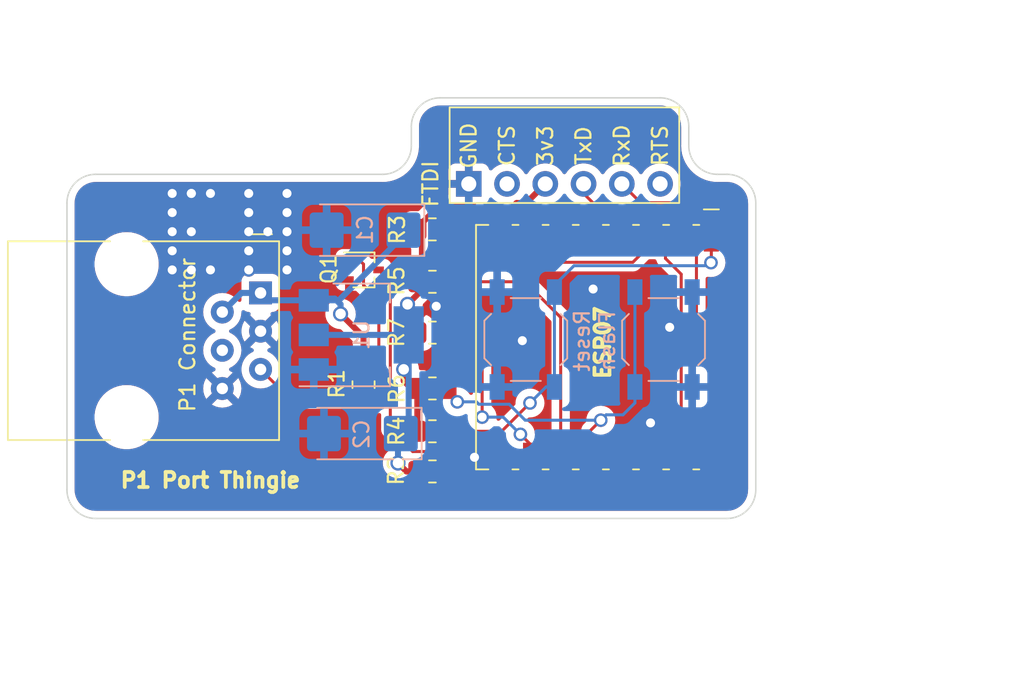
<source format=kicad_pcb>
(kicad_pcb (version 20211014) (generator pcbnew)
  (title_block (title "P1 Port Thingie") (date "2022-02-06") (rev "2"))
  (layers (0 "F.Cu" signal) (31 "B.Cu" signal) (34 "B.Paste" user) (35 "F.Paste" user) (36 "B.SilkS" user "B.Silkscreen") (37 "F.SilkS" user "F.Silkscreen") (38 "B.Mask" user) (39 "F.Mask" user) (44 "Edge.Cuts" user))
  (net 0 "")
  (net 1 "GND")
  (net 2 "+5V")
  (net 3 "+3V3")
  (net 4 "GPIO0")
  (net 5 "TX")
  (net 8 "ESP RX")
  (net 9 "ESP TX")
  (net 11 "ENABLE")
  (net 12 "RESET")
  (net 13 "GPIO2")
  (net 14 "GPIO15")
  (footprint "Resistor_SMD:R_0805_2012Metric_Pad1.20x1.40mm_HandSolder" (layer "F.Cu") (at 212.852 97.2058)
    (fp_text reference "R2" (at -2.413 -0.0508 90) (layer "F.SilkS"))
    (fp_text value "10K")
    (fp_line (start -0.227064 0.735) (end 0.227064 0.735) (layer "F.SilkS") (width 0.12))
    (fp_line (start -0.227064 -0.735) (end 0.227064 -0.735) (layer "F.SilkS") (width 0.12))
    (pad "1" smd roundrect locked (at -1 0) (size 1.2 1.4) (layers "F.Cu" "F.Paste" "F.Mask") (roundrect_rratio 0.2083333333) (net 3 "+3V3"))
    (pad "2" smd roundrect locked (at 1 0) (size 1.2 1.4) (layers "F.Cu" "F.Paste" "F.Mask") (roundrect_rratio 0.2083333333) (net 8 "ESP RX"))
  )
  (footprint "Resistor_SMD:R_0805_2012Metric_Pad1.20x1.40mm_HandSolder" (layer "F.Cu") (at 212.852 81.1276 180)
    (fp_text reference "R3" (at 2.3368 -0.0254 90) (layer "F.SilkS"))
    (fp_text value "10K")
    (fp_line (start -0.227064 0.735) (end 0.227064 0.735) (layer "F.SilkS") (width 0.12))
    (fp_line (start -0.227064 -0.735) (end 0.227064 -0.735) (layer "F.SilkS") (width 0.12))
    (pad "1" smd roundrect locked (at -1 0 180) (size 1.2 1.4) (layers "F.Cu" "F.Paste" "F.Mask") (roundrect_rratio 0.2083333333) (net 11 "ENABLE"))
    (pad "2" smd roundrect locked (at 1 0 180) (size 1.2 1.4) (layers "F.Cu" "F.Paste" "F.Mask") (roundrect_rratio 0.2083333333) (net 3 "+3V3"))
  )
  (footprint "Resistor_SMD:R_0805_2012Metric_Pad1.20x1.40mm_HandSolder" (layer "F.Cu") (at 208.28 91.44 -90)
    (fp_text reference "R1" (at -0.0508 1.778 -90) (layer "F.SilkS"))
    (fp_text value "4K7")
    (fp_line (start -0.227064 0.735) (end 0.227064 0.735) (layer "F.SilkS") (width 0.12))
    (fp_line (start -0.227064 -0.735) (end 0.227064 -0.735) (layer "F.SilkS") (width 0.12))
    (pad "1" smd roundrect locked (at -1 0 270) (size 1.2 1.4) (layers "F.Cu" "F.Paste" "F.Mask") (roundrect_rratio 0.2083333333) (net 2 "+5V"))
    (pad "2" smd roundrect locked (at 1 0 270) (size 1.2 1.4) (layers "F.Cu" "F.Paste" "F.Mask") (roundrect_rratio 0.2083333333) (net 5 "TX"))
  )
  (footprint "Resistor_SMD:R_0805_2012Metric_Pad1.20x1.40mm_HandSolder" (layer "F.Cu") (at 212.852 91.694 180)
    (fp_text reference "R6" (at 2.3622 -0.0254 90) (layer "F.SilkS"))
    (fp_text value "10K")
    (fp_line (start -0.227064 -0.735) (end 0.227064 -0.735) (layer "F.SilkS") (width 0.12))
    (fp_line (start -0.227064 0.735) (end 0.227064 0.735) (layer "F.SilkS") (width 0.12))
    (pad "1" smd roundrect locked (at -1 0 180) (size 1.2 1.4) (layers "F.Cu" "F.Paste" "F.Mask") (roundrect_rratio 0.2083333333) (net 4 "GPIO0"))
    (pad "2" smd roundrect locked (at 1 0 180) (size 1.2 1.4) (layers "F.Cu" "F.Paste" "F.Mask") (roundrect_rratio 0.2083333333) (net 3 "+3V3"))
  )
  (footprint "Connector_RJ:RJ12_Amphenol_54601" (layer "F.Cu") (at 201.445 85.349 -90)
    (fp_text reference "J1" hide)
    (fp_text value "P1 Connector" (at 2.789 4.849 90) (layer "F.SilkS"))
    (fp_line (start -3.43 16.77) (end -3.43 9.99) (layer "F.SilkS") (width 0.12))
    (fp_line (start 9.77 16.77) (end 9.77 9.99) (layer "F.SilkS") (width 0.12))
    (fp_line (start 9.77 16.65) (end 9.77 16.77) (layer "F.SilkS") (width 0.1))
    (fp_line (start -3.43 7.79) (end -3.43 -1.23) (layer "F.SilkS") (width 0.12))
    (fp_line (start 9.77 16.77) (end -3.43 16.77) (layer "F.SilkS") (width 0.12))
    (fp_line (start 9.77 -1.23) (end 9.77 7.79) (layer "F.SilkS") (width 0.12))
    (fp_line (start -3.43 7.72) (end -3.43 7.79) (layer "F.SilkS") (width 0.1))
    (fp_line (start 9.77 16.76) (end 9.77 16.77) (layer "F.SilkS") (width 0.1))
    (fp_line (start -3.9 0.77) (end -3.9 -0.76) (layer "F.SilkS") (width 0.12))
    (fp_line (start -3.43 -1.23) (end 9.77 -1.23) (layer "F.SilkS") (width 0.12))
    (pad "" np_thru_hole circle locked (at 8.25 8.89 270) (size 3.25 3.25) (drill 3.25) (layers *.Cu *.Mask))
    (pad "" np_thru_hole circle locked (at -1.91 8.89 270) (size 3.25 3.25) (drill 3.25) (layers *.Cu *.Mask))
    (pad "1" thru_hole rect locked (at 0 0 270) (size 1.52 1.52) (drill 0.76) (layers *.Cu *.Mask) (net 2 "+5V"))
    (pad "2" thru_hole circle locked (at 1.27 2.54 270) (size 1.52 1.52) (drill 0.76) (layers *.Cu *.Mask) (net 2 "+5V"))
    (pad "3" thru_hole circle locked (at 2.54 0 270) (size 1.52 1.52) (drill 0.76) (layers *.Cu *.Mask) (net 1 "GND"))
    (pad "4" thru_hole circle locked (at 3.81 2.54 270) (size 1.52 1.52) (drill 0.76) (layers *.Cu *.Mask))
    (pad "5" thru_hole circle locked (at 5.08 0 270) (size 1.52 1.52) (drill 0.76) (layers *.Cu *.Mask) (net 5 "TX"))
    (pad "6" thru_hole circle locked (at 6.35 2.54 270) (size 1.52 1.52) (drill 0.76) (layers *.Cu *.Mask) (net 1 "GND"))
  )
  (footprint "Resistor_SMD:R_0805_2012Metric_Pad1.20x1.40mm_HandSolder" (layer "F.Cu") (at 212.852 94.5388 180)
    (fp_text reference "R4" (at 2.3876 0 90) (layer "F.SilkS"))
    (fp_text value "10K")
    (fp_line (start -0.227064 -0.735) (end 0.227064 -0.735) (layer "F.SilkS") (width 0.12))
    (fp_line (start -0.227064 0.735) (end 0.227064 0.735) (layer "F.SilkS") (width 0.12))
    (pad "1" smd roundrect locked (at -1 0 180) (size 1.2 1.4) (layers "F.Cu" "F.Paste" "F.Mask") (roundrect_rratio 0.2083333333) (net 12 "RESET"))
    (pad "2" smd roundrect locked (at 1 0 180) (size 1.2 1.4) (layers "F.Cu" "F.Paste" "F.Mask") (roundrect_rratio 0.2083333333) (net 3 "+3V3"))
  )
  (footprint "RF_Module:ESP-07" (layer "F.Cu") (at 226.4664 88.9508 -90)
    (fp_text reference "U2")
    (fp_text value "ESP-07")
    (fp_line (start 8.12 4.3) (end 8.12 3.9) (layer "F.SilkS") (width 0.12))
    (fp_line (start -8.12 4.3) (end -8.12 3.9) (layer "F.SilkS") (width 0.12))
    (fp_line (start 8.12 2.3) (end 8.12 1.9) (layer "F.SilkS") (width 0.12))
    (fp_line (start -8.12 -3.7) (end -8.12 -4.1) (layer "F.SilkS") (width 0.12))
    (fp_line (start -8.12 -1.7) (end -8.12 -2.1) (layer "F.SilkS") (width 0.12))
    (fp_line (start -8.12 8.3) (end -8.12 7.9) (layer "F.SilkS") (width 0.12))
    (fp_line (start 8.12 10.72) (end -8.12 10.72) (layer "F.SilkS") (width 0.12))
    (fp_line (start 8.12 9.9) (end 8.12 10.72) (layer "F.SilkS") (width 0.12))
    (fp_line (start -8.12 2.3) (end -8.12 1.9) (layer "F.SilkS") (width 0.12))
    (fp_line (start 8.12 8.3) (end 8.12 7.9) (layer "F.SilkS") (width 0.12))
    (fp_line (start 8.12 0.3) (end 8.12 -0.1) (layer "F.SilkS") (width 0.12))
    (fp_line (start -8.12 6.3) (end -8.12 5.9) (layer "F.SilkS") (width 0.12))
    (fp_line (start 8.12 6.3) (end 8.12 5.9) (layer "F.SilkS") (width 0.12))
    (fp_line (start -9.15 -5.4) (end -9.15 -4.4) (layer "F.SilkS") (width 0.12))
    (fp_line (start 8.12 -3.7) (end 8.12 -4.1) (layer "F.SilkS") (width 0.12))
    (fp_line (start 8.12 -1.7) (end 8.12 -2.1) (layer "F.SilkS") (width 0.12))
    (fp_line (start -8.12 0.3) (end -8.12 -0.1) (layer "F.SilkS") (width 0.12))
    (fp_line (start -8.12 10.72) (end -8.12 9.9) (layer "F.SilkS") (width 0.12))
    (pad "1" smd rect locked (at -7.6 -4.9 270) (size 2.5 1) (layers "F.Cu" "F.Paste" "F.Mask") (net 12 "RESET"))
    (pad "2" smd rect locked (at -7.6 -2.9 270) (size 2.5 1) (layers "F.Cu" "F.Paste" "F.Mask"))
    (pad "3" smd rect locked (at -7.6 -0.9 270) (size 2.5 1) (layers "F.Cu" "F.Paste" "F.Mask") (net 11 "ENABLE"))
    (pad "4" smd rect locked (at -7.6 1.1 270) (size 2.5 1) (layers "F.Cu" "F.Paste" "F.Mask"))
    (pad "5" smd rect locked (at -7.6 3.1 270) (size 2.5 1) (layers "F.Cu" "F.Paste" "F.Mask"))
    (pad "6" smd rect locked (at -7.6 5.1 270) (size 2.5 1) (layers "F.Cu" "F.Paste" "F.Mask"))
    (pad "7" smd rect locked (at -7.6 7.1 270) (size 2.5 1) (layers "F.Cu" "F.Paste" "F.Mask"))
    (pad "8" smd rect locked (at -7.6 9.1 270) (size 2.5 1) (layers "F.Cu" "F.Paste" "F.Mask") (net 3 "+3V3"))
    (pad "9" smd rect locked (at 7.6 9.1 270) (size 2.5 1) (layers "F.Cu" "F.Paste" "F.Mask") (net 1 "GND"))
    (pad "10" smd rect locked (at 7.6 7.1 270) (size 2.5 1) (layers "F.Cu" "F.Paste" "F.Mask") (net 14 "GPIO15"))
    (pad "11" smd rect locked (at 7.6 5.1 270) (size 2.5 1) (layers "F.Cu" "F.Paste" "F.Mask") (net 13 "GPIO2"))
    (pad "12" smd rect locked (at 7.6 3.1 270) (size 2.5 1) (layers "F.Cu" "F.Paste" "F.Mask") (net 4 "GPIO0"))
    (pad "13" smd rect locked (at 7.6 1.1 270) (size 2.5 1) (layers "F.Cu" "F.Paste" "F.Mask"))
    (pad "14" smd rect locked (at 7.6 -0.9 270) (size 2.5 1) (layers "F.Cu" "F.Paste" "F.Mask"))
    (pad "15" smd rect locked (at 7.6 -2.9 270) (size 2.5 1) (layers "F.Cu" "F.Paste" "F.Mask") (net 8 "ESP RX"))
    (pad "16" smd rect locked (at 7.6 -4.9 270) (size 2.5 1) (layers "F.Cu" "F.Paste" "F.Mask") (net 9 "ESP TX"))
  )
  (footprint "Modules:FTDI" (layer "F.Cu") (at 221.615 75.565 90)
    (fp_text reference "J2")
    (fp_text value "FTDI" (at -2.54 -8.89 90 unlocked) (layer "F.SilkS"))
    (fp_text user "CTS" (at 0 -3.81 90 unlocked) (layer "F.SilkS"))
    (fp_text user "TxD" (at 0 1.27 90 unlocked) (layer "F.SilkS"))
    (fp_text user "GND" (at 0 -6.35 90 unlocked) (layer "F.SilkS"))
    (fp_text user "RxD" (at 0 3.81 90 unlocked) (layer "F.SilkS"))
    (fp_text user "3v3" (at 0 -1.27 90 unlocked) (layer "F.SilkS"))
    (fp_text user "RTS" (at 0 6.35 90 unlocked) (layer "F.SilkS"))
    (fp_rect (start -3.81 -7.62) (end 2.54 7.62) (layer "F.SilkS") (width 0.12) (fill none))
    (pad "1" thru_hole rect (at -2.54 -6.35) (size 1.7 1.7) (drill 1) (layers *.Cu *.Mask) (net 1 "GND"))
    (pad "2" thru_hole circle (at -2.54 -3.81) (size 1.7 1.7) (drill 1) (layers *.Cu *.Mask))
    (pad "3" thru_hole circle (at -2.54 -1.27) (size 1.7 1.7) (drill 1) (layers *.Cu *.Mask) (net 3 "+3V3"))
    (pad "4" thru_hole circle (at -2.54 1.27) (size 1.7 1.7) (drill 1) (layers *.Cu *.Mask) (net 8 "ESP RX"))
    (pad "5" thru_hole circle (at -2.54 3.81) (size 1.7 1.7) (drill 1) (layers *.Cu *.Mask) (net 9 "ESP TX"))
    (pad "6" thru_hole circle (at -2.54 6.35 90) (size 1.7 1.7) (drill 1) (layers *.Cu *.Mask))
  )
  (footprint "Resistor_SMD:R_0805_2012Metric_Pad1.20x1.40mm_HandSolder" (layer "F.Cu") (at 212.852 87.9856 180)
    (fp_text reference "R7" (at 2.3876 0 90) (layer "F.SilkS"))
    (fp_text value "10K")
    (fp_line (start -0.227064 0.735) (end 0.227064 0.735) (layer "F.SilkS") (width 0.12))
    (fp_line (start -0.227064 -0.735) (end 0.227064 -0.735) (layer "F.SilkS") (width 0.12))
    (pad "1" smd roundrect locked (at -1 0 180) (size 1.2 1.4) (layers "F.Cu" "F.Paste" "F.Mask") (roundrect_rratio 0.2083333333) (net 14 "GPIO15"))
    (pad "2" smd roundrect locked (at 1 0 180) (size 1.2 1.4) (layers "F.Cu" "F.Paste" "F.Mask") (roundrect_rratio 0.2083333333) (net 1 "GND"))
  )
  (footprint "Package_TO_SOT_SMD:SOT-323_SC-70" (layer "F.Cu") (at 208.28 83.82)
    (fp_text reference "Q1" (at -2.3114 -0.0508 90) (layer "F.SilkS"))
    (fp_text value "BC817W.115")
    (fp_line (start 0.73 0.5) (end 0.73 1.16) (layer "F.SilkS") (width 0.12))
    (fp_line (start 0.73 -1.16) (end 0.73 -0.5) (layer "F.SilkS") (width 0.12))
    (fp_line (start 0.73 -1.16) (end -1.3 -1.16) (layer "F.SilkS") (width 0.12))
    (fp_line (start -0.68 1.16) (end 0.73 1.16) (layer "F.SilkS") (width 0.12))
    (pad "1" smd rect locked (at -1 -0.65 270) (size 0.45 0.7) (layers "F.Cu" "F.Paste" "F.Mask") (net 5 "TX"))
    (pad "2" smd rect locked (at -1 0.65 270) (size 0.45 0.7) (layers "F.Cu" "F.Paste" "F.Mask") (net 1 "GND"))
    (pad "3" smd rect locked (at 1 0 270) (size 0.45 0.7) (layers "F.Cu" "F.Paste" "F.Mask") (net 8 "ESP RX"))
  )
  (footprint "Resistor_SMD:R_0805_2012Metric_Pad1.20x1.40mm_HandSolder" (layer "F.Cu") (at 212.852 84.6074 180)
    (fp_text reference "R5" (at 2.3782 0.0508 90) (layer "F.SilkS"))
    (fp_text value "10K")
    (fp_line (start -0.227064 -0.735) (end 0.227064 -0.735) (layer "F.SilkS") (width 0.12))
    (fp_line (start -0.227064 0.735) (end 0.227064 0.735) (layer "F.SilkS") (width 0.12))
    (pad "1" smd roundrect locked (at -1 0 180) (size 1.2 1.4) (layers "F.Cu" "F.Paste" "F.Mask") (roundrect_rratio 0.2083333333) (net 13 "GPIO2"))
    (pad "2" smd roundrect locked (at 1 0 180) (size 1.2 1.4) (layers "F.Cu" "F.Paste" "F.Mask") (roundrect_rratio 0.2083333333) (net 3 "+3V3"))
  )
  (footprint "Package_TO_SOT_SMD:SOT-223-3_TabPin2" (layer "B.Cu") (at 208.1276 88.138)
    (fp_text reference "U1" (at 0.0254 0 90) (layer "B.SilkS") (effects (justify mirror)))
    (fp_text value "LD1117S33CTR")
    (fp_line (start 1.91 3.41) (end 1.91 2.15) (layer "B.SilkS") (width 0.12))
    (fp_line (start 1.91 -3.41) (end 1.91 -2.15) (layer "B.SilkS") (width 0.12))
    (fp_line (start -1.85 -3.41) (end 1.91 -3.41) (layer "B.SilkS") (width 0.12))
    (fp_line (start -4.1 3.41) (end 1.91 3.41) (layer "B.SilkS") (width 0.12))
    (pad "1" smd rect locked (at -3.15 2.3) (size 2 1.5) (layers "B.Cu" "B.Paste" "B.Mask") (net 1 "GND"))
    (pad "2" smd rect locked (at -3.15 0) (size 2 1.5) (layers "B.Cu" "B.Paste" "B.Mask") (net 3 "+3V3"))
    (pad "2" smd rect locked (at 3.15 0) (size 2 3.8) (layers "B.Cu" "B.Paste" "B.Mask") (net 3 "+3V3"))
    (pad "3" smd rect locked (at -3.15 -2.3) (size 2 1.5) (layers "B.Cu" "B.Paste" "B.Mask") (net 2 "+5V"))
  )
  (footprint "Capacitor_Tantalum_SMD:CP_EIA-6032-15_Kemet-U_Pad2.25x2.35mm_HandSolder" (layer "B.Cu") (at 208.3816 81.1784 180)
    (fp_text reference "C1" (at 0 0.0254 90) (layer "B.SilkS") (effects (justify mirror)))
    (fp_text value "100nF")
    (fp_line (start 3 1.71) (end -3.935 1.71) (layer "B.SilkS") (width 0.12))
    (fp_line (start -3.935 -1.71) (end 3 -1.71) (layer "B.SilkS") (width 0.12))
    (fp_line (start -3.935 1.71) (end -3.935 -1.71) (layer "B.SilkS") (width 0.12))
    (pad "1" smd roundrect locked (at -2.55 0 180) (size 2.25 2.35) (layers "B.Cu" "B.Paste" "B.Mask") (roundrect_rratio 0.1111111111) (net 2 "+5V"))
    (pad "2" smd roundrect locked (at 2.55 0 180) (size 2.25 2.35) (layers "B.Cu" "B.Paste" "B.Mask") (roundrect_rratio 0.1111111111) (net 1 "GND"))
  )
  (footprint "Capacitor_Tantalum_SMD:CP_EIA-6032-15_Kemet-U_Pad2.25x2.35mm_HandSolder" (layer "B.Cu") (at 208.2038 94.6912 180)
    (fp_text reference "C2" (at 0.0508 -0.0508 90) (layer "B.SilkS") (effects (justify mirror)))
    (fp_text value "10uF")
    (fp_line (start -3.935 -1.71) (end 3 -1.71) (layer "B.SilkS") (width 0.12))
    (fp_line (start 3 1.71) (end -3.935 1.71) (layer "B.SilkS") (width 0.12))
    (fp_line (start -3.935 1.71) (end -3.935 -1.71) (layer "B.SilkS") (width 0.12))
    (pad "1" smd roundrect locked (at -2.55 0 180) (size 2.25 2.35) (layers "B.Cu" "B.Paste" "B.Mask") (roundrect_rratio 0.1111111111) (net 3 "+3V3"))
    (pad "2" smd roundrect locked (at 2.55 0 180) (size 2.25 2.35) (layers "B.Cu" "B.Paste" "B.Mask") (roundrect_rratio 0.1111111111) (net 1 "GND"))
  )
  (footprint "Button_Switch_SMD:SW_SPST_TL3342" (layer "B.Cu") (at 219.0496 88.4428 90)
    (fp_text reference "Button2" hide)
    (fp_text value "Reset" (at -0.0762 3.7338 90) (layer "B.SilkS") (effects (justify mirror)))
    (fp_line (start -1.25 2.75) (end 1.25 2.75) (layer "B.SilkS") (width 0.12))
    (fp_line (start -1.7 2.3) (end -1.25 2.75) (layer "B.SilkS") (width 0.12))
    (fp_line (start 2.75 1) (end 2.75 -1) (layer "B.SilkS") (width 0.12))
    (fp_line (start -1.7 -2.3) (end -1.25 -2.75) (layer "B.SilkS") (width 0.12))
    (fp_line (start -1.25 -2.75) (end 1.25 -2.75) (layer "B.SilkS") (width 0.12))
    (fp_line (start -2.75 1) (end -2.75 -1) (layer "B.SilkS") (width 0.12))
    (fp_line (start 1.7 -2.3) (end 1.25 -2.75) (layer "B.SilkS") (width 0.12))
    (fp_line (start 1.7 2.3) (end 1.25 2.75) (layer "B.SilkS") (width 0.12))
    (pad "1" smd rect (at 3.15 1.9 90) (size 1.7 1) (layers "B.Cu" "B.Paste" "B.Mask") (net 12 "RESET"))
    (pad "1" smd rect (at -3.15 1.9 90) (size 1.7 1) (layers "B.Cu" "B.Paste" "B.Mask") (net 12 "RESET"))
    (pad "2" smd rect (at -3.15 -1.9 90) (size 1.7 1) (layers "B.Cu" "B.Paste" "B.Mask") (net 1 "GND"))
    (pad "2" smd rect (at 3.15 -1.9 90) (size 1.7 1) (layers "B.Cu" "B.Paste" "B.Mask") (net 1 "GND"))
  )
  (footprint "Button_Switch_SMD:SW_SPST_TL3342" (layer "B.Cu") (at 228.1936 88.4428 -90)
    (fp_text reference "Button1" hide)
    (fp_text value "Flash" (at 0.1016 3.7338 90) (layer "B.SilkS") (effects (justify mirror)))
    (fp_line (start -2.75 1) (end -2.75 -1) (layer "B.SilkS") (width 0.12))
    (fp_line (start -1.7 2.3) (end -1.25 2.75) (layer "B.SilkS") (width 0.12))
    (fp_line (start 2.75 1) (end 2.75 -1) (layer "B.SilkS") (width 0.12))
    (fp_line (start -1.25 -2.75) (end 1.25 -2.75) (layer "B.SilkS") (width 0.12))
    (fp_line (start 1.7 2.3) (end 1.25 2.75) (layer "B.SilkS") (width 0.12))
    (fp_line (start -1.25 2.75) (end 1.25 2.75) (layer "B.SilkS") (width 0.12))
    (fp_line (start -1.7 -2.3) (end -1.25 -2.75) (layer "B.SilkS") (width 0.12))
    (fp_line (start 1.7 -2.3) (end 1.25 -2.75) (layer "B.SilkS") (width 0.12))
    (pad "1" smd rect (at -3.15 1.9 270) (size 1.7 1) (layers "B.Cu" "B.Paste" "B.Mask") (net 4 "GPIO0"))
    (pad "1" smd rect (at 3.15 1.9 270) (size 1.7 1) (layers "B.Cu" "B.Paste" "B.Mask") (net 4 "GPIO0"))
    (pad "2" smd rect (at 3.15 -1.9 270) (size 1.7 1) (layers "B.Cu" "B.Paste" "B.Mask") (net 1 "GND"))
    (pad "2" smd rect (at -3.15 -1.9 270) (size 1.7 1) (layers "B.Cu" "B.Paste" "B.Mask") (net 1 "GND"))
  )
  (gr_arc (start 234.315 98.425) (mid 233.757038 99.772038) (end 232.41 100.33) (layer "Edge.Cuts") (width 0.1))
  (gr_line (start 190.5 77.47) (end 209.55 77.47) (layer "Edge.Cuts") (width 0.1))
  (gr_line (start 188.595 98.425) (end 188.595 79.375) (layer "Edge.Cuts") (width 0.1))
  (gr_arc (start 211.455 74.295) (mid 212.012962 72.947962) (end 213.36 72.39) (layer "Edge.Cuts") (width 0.1))
  (gr_line (start 213.36 72.39) (end 227.965 72.39) (layer "Edge.Cuts") (width 0.1))
  (gr_arc (start 190.5 100.33) (mid 189.152962 99.772038) (end 188.595 98.425) (layer "Edge.Cuts") (width 0.1))
  (gr_line (start 229.87 74.295) (end 229.87 75.565) (layer "Edge.Cuts") (width 0.1))
  (gr_arc (start 232.41 77.47) (mid 233.757038 78.027962) (end 234.315 79.375) (layer "Edge.Cuts") (width 0.1))
  (gr_line (start 231.775 77.47) (end 232.41 77.47) (layer "Edge.Cuts") (width 0.1))
  (gr_arc (start 211.455 75.565) (mid 210.897038 76.912038) (end 209.55 77.47) (layer "Edge.Cuts") (width 0.1))
  (gr_arc (start 231.775 77.47) (mid 230.427962 76.912038) (end 229.87 75.565) (layer "Edge.Cuts") (width 0.1))
  (gr_line (start 211.455 75.565) (end 211.455 74.295) (layer "Edge.Cuts") (width 0.1))
  (gr_line (start 234.315 79.375) (end 234.315 98.425) (layer "Edge.Cuts") (width 0.1))
  (gr_arc (start 227.965 72.39) (mid 229.312038 72.947962) (end 229.87 74.295) (layer "Edge.Cuts") (width 0.1))
  (gr_arc (start 188.595 79.375) (mid 189.152962 78.027962) (end 190.5 77.47) (layer "Edge.Cuts") (width 0.1))
  (gr_line (start 232.41 100.33) (end 190.5 100.33) (layer "Edge.Cuts") (width 0.1))
  (gr_text "P1 Port Thingie" (at 198.12 97.79) (layer "F.SilkS") (effects (font (size 1 1) (thickness 0.25))))
  (gr_text "ESP07" (at 224.155 88.646 90) (layer "F.SilkS") (effects (font (size 1 1) (thickness 0.25))))
  (segment (start 211.852 87.106) (end 211.852 87.9856) (width 0.4) (layer "F.Cu") (net 1))
  (segment (start 213.106 86.233) (end 212.725 86.233) (width 0.4) (layer "F.Cu") (net 1))
  (segment (start 212.725 86.233) (end 211.852 87.106) (width 0.4) (layer "F.Cu") (net 1))
  (via (at 200.66 81.28) (size 0.9) (drill 0.6) (layers "F.Cu" "B.Cu") (net 1))
  (via (at 223.52 85.09) (size 0.9) (drill 0.6) (layers "F.Cu" "B.Cu") (net 1))
  (via (at 196.85 78.74) (size 0.9) (drill 0.6) (layers "F.Cu" "B.Cu") (net 1))
  (via (at 200.66 82.55) (size 0.9) (drill 0.6) (layers "F.Cu" "B.Cu") (net 1))
  (via (at 201.93 81.28) (size 0.9) (drill 0.6) (layers "F.Cu" "B.Cu") (net 1))
  (via (at 203.2 80.01) (size 0.9) (drill 0.6) (layers "F.Cu" "B.Cu") (net 1))
  (via (at 195.58 81.28) (size 0.9) (drill 0.6) (layers "F.Cu" "B.Cu") (net 1))
  (via (at 218.821 88.519) (size 0.9) (drill 0.6) (layers "F.Cu" "B.Cu") (net 1))
  (via (at 203.2 81.28) (size 0.9) (drill 0.6) (layers "F.Cu" "B.Cu") (net 1))
  (via (at 195.58 83.82) (size 0.9) (drill 0.6) (layers "F.Cu" "B.Cu") (net 1))
  (via (at 228.6 87.63) (size 0.9) (drill 0.6) (layers "F.Cu" "B.Cu") (net 1))
  (via (at 200.66 78.74) (size 0.9) (drill 0.6) (layers "F.Cu" "B.Cu") (net 1))
  (via (at 203.2 83.82) (size 0.9) (drill 0.6) (layers "F.Cu" "B.Cu") (net 1))
  (via (at 213.106 86.233) (size 0.9) (drill 0.6) (layers "F.Cu" "B.Cu") (net 1))
  (via (at 198.12 78.74) (size 0.9) (drill 0.6) (layers "F.Cu" "B.Cu") (net 1))
  (via (at 198.12 83.82) (size 0.9) (drill 0.6) (layers "F.Cu" "B.Cu") (net 1))
  (via (at 200.66 83.82) (size 0.9) (drill 0.6) (layers "F.Cu" "B.Cu") (net 1))
  (via (at 203.2 82.55) (size 0.9) (drill 0.6) (layers "F.Cu" "B.Cu") (net 1))
  (via (at 200.66 80.01) (size 0.9) (drill 0.6) (layers "F.Cu" "B.Cu") (net 1))
  (via (at 215.646 96.266) (size 0.9) (drill 0.6) (layers "F.Cu" "B.Cu") (net 1))
  (via (at 195.58 82.55) (size 0.9) (drill 0.6) (layers "F.Cu" "B.Cu") (net 1))
  (via (at 203.2 78.74) (size 0.9) (drill 0.6) (layers "F.Cu" "B.Cu") (net 1))
  (via (at 196.85 83.82) (size 0.9) (drill 0.6) (layers "F.Cu" "B.Cu") (net 1))
  (via (at 196.85 81.28) (size 0.9) (drill 0.6) (layers "F.Cu" "B.Cu") (net 1))
  (via (at 227.33 93.98) (size 0.9) (drill 0.6) (layers "F.Cu" "B.Cu") (net 1))
  (via (at 196.85 78.74) (size 0.9) (drill 0.6) (layers "F.Cu" "B.Cu") (net 1))
  (via (at 195.58 78.74) (size 0.9) (drill 0.6) (layers "F.Cu" "B.Cu") (net 1))
  (via (at 195.58 80.01) (size 0.9) (drill 0.6) (layers "F.Cu" "B.Cu") (net 1))
  (segment (start 208.28 88.265) (end 208.28 90.44) (width 0.4) (layer "F.Cu") (net 2))
  (segment (start 206.756 86.741) (end 208.28 88.265) (width 0.4) (layer "F.Cu") (net 2))
  (via (at 206.756 86.741) (size 1) (drill 0.7) (layers "F.Cu" "B.Cu") (net 2))
  (segment (start 206.643 85.838) (end 204.9776 85.838) (width 0.4) (layer "B.Cu") (net 2))
  (segment (start 206.756 86.741) (end 206.756 86.106) (width 0.4) (layer "B.Cu") (net 2))
  (segment (start 210.9316 81.1784) (end 210.9316 81.5494) (width 0.4) (layer "B.Cu") (net 2))
  (segment (start 204.9776 85.838) (end 201.934 85.838) (width 0.4) (layer "B.Cu") (net 2))
  (segment (start 206.375 85.725) (end 205.0906 85.725) (width 0.4) (layer "B.Cu") (net 2))
  (segment (start 206.756 86.106) (end 206.375 85.725) (width 0.4) (layer "B.Cu") (net 2))
  (segment (start 201.445 85.349) (end 200.175 85.349) (width 0.4) (layer "B.Cu") (net 2))
  (segment (start 201.934 85.838) (end 201.445 85.349) (width 0.4) (layer "B.Cu") (net 2))
  (segment (start 205.0906 85.725) (end 204.9776 85.838) (width 0.4) (layer "B.Cu") (net 2))
  (segment (start 210.9316 81.5494) (end 206.643 85.838) (width 0.4) (layer "B.Cu") (net 2))
  (segment (start 200.175 85.349) (end 198.905 86.619) (width 0.4) (layer "B.Cu") (net 2))
  (segment (start 211.852 91.694) (end 211.852 94.4626) (width 0.4) (layer "F.Cu") (net 3))
  (segment (start 212.0966 85.2104) (end 211.201 86.106) (width 0.4) (layer "F.Cu") (net 3))
  (segment (start 219.075 79.375) (end 218.44 79.375) (width 0.4) (layer "F.Cu") (net 3))
  (segment (start 211.455 91.694) (end 211.201 91.44) (width 0.4) (layer "F.Cu") (net 3))
  (segment (start 215.6446 79.629) (end 217.3664 81.3508) (width 0.4) (layer "F.Cu") (net 3))
  (segment (start 212.1568 80.7052) (end 213.233 79.629) (width 0.4) (layer "F.Cu") (net 3))
  (segment (start 213.233 79.629) (end 215.6446 79.629) (width 0.4) (layer "F.Cu") (net 3))
  (segment (start 212.1568 81.1276) (end 212.1568 84.5472) (width 0.4) (layer "F.Cu") (net 3))
  (segment (start 218.44 79.375) (end 217.3664 80.4486) (width 0.4) (layer "F.Cu") (net 3))
  (segment (start 212.1568 81.1276) (end 212.1568 80.7052) (width 0.4) (layer "F.Cu") (net 3))
  (segment (start 220.345 78.105) (end 219.075 79.375) (width 0.4) (layer "F.Cu") (net 3))
  (segment (start 211.852 94.4626) (end 211.7758 94.5388) (width 0.4) (layer "F.Cu") (net 3))
  (segment (start 212.1568 84.5472) (end 212.0966 84.6074) (width 0.4) (layer "F.Cu") (net 3))
  (segment (start 212.0966 84.6074) (end 212.0966 85.2104) (width 0.4) (layer "F.Cu") (net 3))
  (segment (start 217.3664 80.4486) (end 217.3664 81.3508) (width 0.4) (layer "F.Cu") (net 3))
  (segment (start 211.1248 97.2058) (end 210.566 96.647) (width 0.4) (layer "F.Cu") (net 3))
  (segment (start 211.852 91.694) (end 211.455 91.694) (width 0.4) (layer "F.Cu") (net 3))
  (segment (start 211.8012 97.2058) (end 211.1248 97.2058) (width 0.4) (layer "F.Cu") (net 3))
  (segment (start 211.201 91.44) (end 210.947 91.186) (width 0.4) (layer "F.Cu") (net 3))
  (segment (start 210.947 91.186) (end 210.947 90.424) (width 0.4) (layer "F.Cu") (net 3))
  (via (at 210.566 96.647) (size 1) (drill 0.7) (layers "F.Cu" "B.Cu") (net 3))
  (via (at 210.947 90.424) (size 1) (drill 0.7) (layers "F.Cu" "B.Cu") (net 3))
  (via (at 211.201 86.106) (size 1) (drill 0.7) (layers "F.Cu" "B.Cu") (net 3))
  (segment (start 210.566 94.879) (end 210.7538 94.6912) (width 0.4) (layer "B.Cu") (net 3))
  (segment (start 210.947 90.424) (end 210.947 88.4686) (width 0.4) (layer "B.Cu") (net 3))
  (segment (start 210.947 88.4686) (end 211.2776 88.138) (width 0.4) (layer "B.Cu") (net 3))
  (segment (start 204.9776 88.138) (end 211.2776 88.138) (width 0.4) (layer "B.Cu") (net 3))
  (segment (start 210.566 96.647) (end 210.566 94.879) (width 0.4) (layer "B.Cu") (net 3))
  (segment (start 211.2776 94.1674) (end 211.2776 88.138) (width 0.4) (layer "B.Cu") (net 3))
  (segment (start 211.201 86.106) (end 211.201 88.0614) (width 0.4) (layer "B.Cu") (net 3))
  (segment (start 211.201 88.0614) (end 211.2776 88.138) (width 0.4) (layer "B.Cu") (net 3))
  (segment (start 210.7538 94.6912) (end 211.2776 94.1674) (width 0.4) (layer "B.Cu") (net 3))
  (segment (start 223.3664 96.5508) (end 223.3664 96.572) (width 0.2) (layer "F.Cu") (net 4))
  (segment (start 213.852 91.932) (end 214.503 92.583) (width 0.2) (layer "F.Cu") (net 4))
  (segment (start 223.3422 96.5962) (end 223.3422 94.488) (width 0.2) (layer "F.Cu") (net 4))
  (segment (start 223.3664 96.572) (end 223.3422 96.5962) (width 0.2) (layer "F.Cu") (net 4))
  (segment (start 223.3422 94.488) (end 224.028 93.8022) (width 0.2) (layer "F.Cu") (net 4))
  (segment (start 213.852 91.694) (end 213.852 91.932) (width 0.2) (layer "F.Cu") (net 4))
  (via (at 214.503 92.583) (size 0.9) (drill 0.6) (layers "F.Cu" "B.Cu") (net 4))
  (via (at 224.028 93.8022) (size 0.9) (drill 0.6) (layers "F.Cu" "B.Cu") (net 4))
  (segment (start 226.2936 91.5928) (end 226.2936 85.2928) (width 0.2) (layer "B.Cu") (net 4))
  (segment (start 215.932311 92.742311) (end 217.949111 92.742311) (width 0.2) (layer "B.Cu") (net 4))
  (segment (start 217.949111 92.742311) (end 219.009 93.8022) (width 0.2) (layer "B.Cu") (net 4))
  (segment (start 219.009 93.8022) (end 224.028 93.8022) (width 0.2) (layer "B.Cu") (net 4))
  (segment (start 224.028 93.8022) (end 224.3836 93.4466) (width 0.2) (layer "B.Cu") (net 4))
  (segment (start 224.3836 93.4466) (end 225.5012 93.4466) (width 0.2) (layer "B.Cu") (net 4))
  (segment (start 215.773 92.583) (end 215.9 92.71) (width 0.2) (layer "B.Cu") (net 4))
  (segment (start 225.5012 93.4466) (end 226.2936 92.6542) (width 0.2) (layer "B.Cu") (net 4))
  (segment (start 226.2936 92.6542) (end 226.2936 91.5928) (width 0.2) (layer "B.Cu") (net 4))
  (segment (start 214.503 92.583) (end 215.773 92.583) (width 0.2) (layer "B.Cu") (net 4))
  (segment (start 215.9 92.71) (end 215.932311 92.742311) (width 0.2) (layer "B.Cu") (net 4))
  (segment (start 209.296 91.424) (end 208.28 92.44) (width 0.2) (layer "F.Cu") (net 5))
  (segment (start 208.28 83.439) (end 208.28 84.836) (width 0.2) (layer "F.Cu") (net 5))
  (segment (start 208.28 84.836) (end 209.296 85.852) (width 0.2) (layer "F.Cu") (net 5))
  (segment (start 208.011 83.17) (end 207.28 83.17) (width 0.2) (layer "F.Cu") (net 5))
  (segment (start 209.296 85.852) (end 209.296 91.424) (width 0.2) (layer "F.Cu") (net 5))
  (segment (start 208.28 92.44) (end 203.456 92.44) (width 0.2) (layer "F.Cu") (net 5))
  (segment (start 203.456 92.44) (end 201.445 90.429) (width 0.2) (layer "F.Cu") (net 5))
  (segment (start 208.28 83.439) (end 208.011 83.17) (width 0.2) (layer "F.Cu") (net 5))
  (segment (start 213.36 95.885) (end 211.544862 95.885) (width 0.2) (layer "F.Cu") (net 8))
  (segment (start 227.965 79.756) (end 228.3206 80.1116) (width 0.2) (layer "F.Cu") (net 8))
  (segment (start 210.058 94.398138) (end 210.058 84.598) (width 0.2) (layer "F.Cu") (net 8))
  (segment (start 229.3664 96.5156) (end 229.3874 96.4946) (width 0.2) (layer "F.Cu") (net 8))
  (segment (start 222.885 78.74) (end 223.901 79.756) (width 0.2) (layer "F.Cu") (net 8))
  (segment (start 213.8012 97.2058) (end 213.8012 96.3262) (width 0.2) (layer "F.Cu") (net 8))
  (segment (start 210.058 84.598) (end 209.28 83.82) (width 0.2) (layer "F.Cu") (net 8))
  (segment (start 222.885 78.105) (end 222.885 78.74) (width 0.2) (layer "F.Cu") (net 8))
  (segment (start 229.108 98.552) (end 215.1474 98.552) (width 0.2) (layer "F.Cu") (net 8))
  (segment (start 229.3664 98.2936) (end 229.108 98.552) (width 0.2) (layer "F.Cu") (net 8))
  (segment (start 228.3206 80.1116) (end 228.3206 83.058) (width 0.2) (layer "F.Cu") (net 8))
  (segment (start 215.1474 98.552) (end 213.8012 97.2058) (width 0.2) (layer "F.Cu") (net 8))
  (segment (start 211.544862 95.885) (end 210.058 94.398138) (width 0.2) (layer "F.Cu") (net 8))
  (segment (start 223.901 79.756) (end 227.965 79.756) (width 0.2) (layer "F.Cu") (net 8))
  (segment (start 213.8012 96.3262) (end 213.36 95.885) (width 0.2) (layer "F.Cu") (net 8))
  (segment (start 229.3664 84.1038) (end 229.3664 96.5508) (width 0.2) (layer "F.Cu") (net 8))
  (segment (start 229.3664 96.5508) (end 229.3664 96.5156) (width 0.2) (layer "F.Cu") (net 8))
  (segment (start 228.3206 83.058) (end 229.3664 84.1038) (width 0.2) (layer "F.Cu") (net 8))
  (segment (start 229.3664 96.5508) (end 229.3664 98.2936) (width 0.2) (layer "F.Cu") (net 8))
  (segment (start 226.67648 79.35648) (end 230.08008 79.35648) (width 0.2) (layer "F.Cu") (net 9))
  (segment (start 230.378 79.6544) (end 230.378 88.519) (width 0.2) (layer "F.Cu") (net 9))
  (segment (start 230.08008 79.35648) (end 230.378 79.6544) (width 0.2) (layer "F.Cu") (net 9))
  (segment (start 230.378 88.519) (end 231.3664 89.5074) (width 0.2) (layer "F.Cu") (net 9))
  (segment (start 225.425 78.105) (end 226.67648 79.35648) (width 0.2) (layer "F.Cu") (net 9))
  (segment (start 231.3664 89.5074) (end 231.3664 96.5508) (width 0.2) (layer "F.Cu") (net 9))
  (segment (start 226.1552 83.312) (end 215.011 83.312) (width 0.2) (layer "F.Cu") (net 11))
  (segment (start 227.3664 82.1008) (end 226.1552 83.312) (width 0.2) (layer "F.Cu") (net 11))
  (segment (start 214.1568 82.4578) (end 215.011 83.312) (width 0.2) (layer "F.Cu") (net 11))
  (segment (start 227.3664 81.3508) (end 227.3664 82.1008) (width 0.2) (layer "F.Cu") (net 11))
  (segment (start 214.1568 81.1276) (end 214.1568 82.4578) (width 0.2) (layer "F.Cu") (net 11))
  (segment (start 213.7758 94.5388) (end 217.4494 94.5388) (width 0.2) (layer "F.Cu") (net 12))
  (segment (start 231.3664 83.3142) (end 231.3432 83.3374) (width 0.2) (layer "F.Cu") (net 12))
  (segment (start 217.4494 94.5388) (end 219.329 92.6592) (width 0.2) (layer "F.Cu") (net 12))
  (segment (start 231.3664 81.3508) (end 231.3664 83.3142) (width 0.2) (layer "F.Cu") (net 12))
  (via (at 231.3432 83.3374) (size 0.9) (drill 0.6) (layers "F.Cu" "B.Cu") (net 12))
  (via (at 219.329 92.6592) (size 0.9) (drill 0.6) (layers "F.Cu" "B.Cu") (net 12))
  (segment (start 222.25 83.5406) (end 220.9496 84.841) (width 0.2) (layer "B.Cu") (net 12))
  (segment (start 231.14 83.5406) (end 222.25 83.5406) (width 0.2) (layer "B.Cu") (net 12))
  (segment (start 220.9496 85.2928) (end 220.9496 91.5928) (width 0.2) (layer "B.Cu") (net 12))
  (segment (start 231.3432 83.3374) (end 231.14 83.5406) (width 0.2) (layer "B.Cu") (net 12))
  (segment (start 220.3954 91.5928) (end 220.9496 91.5928) (width 0.2) (layer "B.Cu") (net 12))
  (segment (start 220.9496 84.841) (end 220.9496 85.2928) (width 0.2) (layer "B.Cu") (net 12))
  (segment (start 219.329 92.6592) (end 220.3954 91.5928) (width 0.2) (layer "B.Cu") (net 12))
  (segment (start 221.3664 96.5508) (end 221.3664 86.975) (width 0.2) (layer "F.Cu") (net 13))
  (segment (start 218.9988 84.6074) (end 214.0966 84.6074) (width 0.2) (layer "F.Cu") (net 13))
  (segment (start 221.3664 86.975) (end 218.9988 84.6074) (width 0.2) (layer "F.Cu") (net 13))
  (segment (start 213.852 87.9856) (end 214.4776 87.9856) (width 0.2) (layer "F.Cu") (net 14))
  (segment (start 216.154 89.662) (end 216.154 93.599) (width 0.2) (layer "F.Cu") (net 14))
  (segment (start 218.694 94.742) (end 219.3664 95.4144) (width 0.2) (layer "F.Cu") (net 14))
  (segment (start 214.4776 87.9856) (end 215.773 89.281) (width 0.2) (layer "F.Cu") (net 14))
  (segment (start 219.3664 95.4144) (end 219.3664 96.5508) (width 0.2) (layer "F.Cu") (net 14))
  (segment (start 215.773 89.281) (end 216.154 89.662) (width 0.2) (layer "F.Cu") (net 14))
  (via (at 218.694 94.742) (size 0.9) (drill 0.6) (layers "F.Cu" "B.Cu") (net 14))
  (via (at 216.154 93.599) (size 0.9) (drill 0.6) (layers "F.Cu" "B.Cu") (net 14))
  (segment (start 216.154 93.599) (end 217.551 93.599) (width 0.2) (layer "B.Cu") (net 14))
  (segment (start 217.551 93.599) (end 218.694 94.742) (width 0.2) (layer "B.Cu") (net 14))
  (zone (net 1) (net_name "GND") (layer "F.Cu") (connect_pads (clearance 0.508)) (min_thickness 0.254) (fill yes (thermal_gap 0.508) (thermal_bridge_width 0.508))
    (polygon (pts (xy 234.315 100.33) (xy 188.595 100.33) (xy 188.595 72.39) (xy 234.315 72.39)))
  )
  (zone (net 1) (net_name "GND") (layer "B.Cu") (connect_pads (clearance 0.508)) (min_thickness 0.254) (fill yes (thermal_gap 0.508) (thermal_bridge_width 0.508))
    (polygon (pts (xy 234.315 100.33) (xy 188.595 100.33) (xy 188.595 72.39) (xy 234.315 72.39)))
  )
)
</source>
